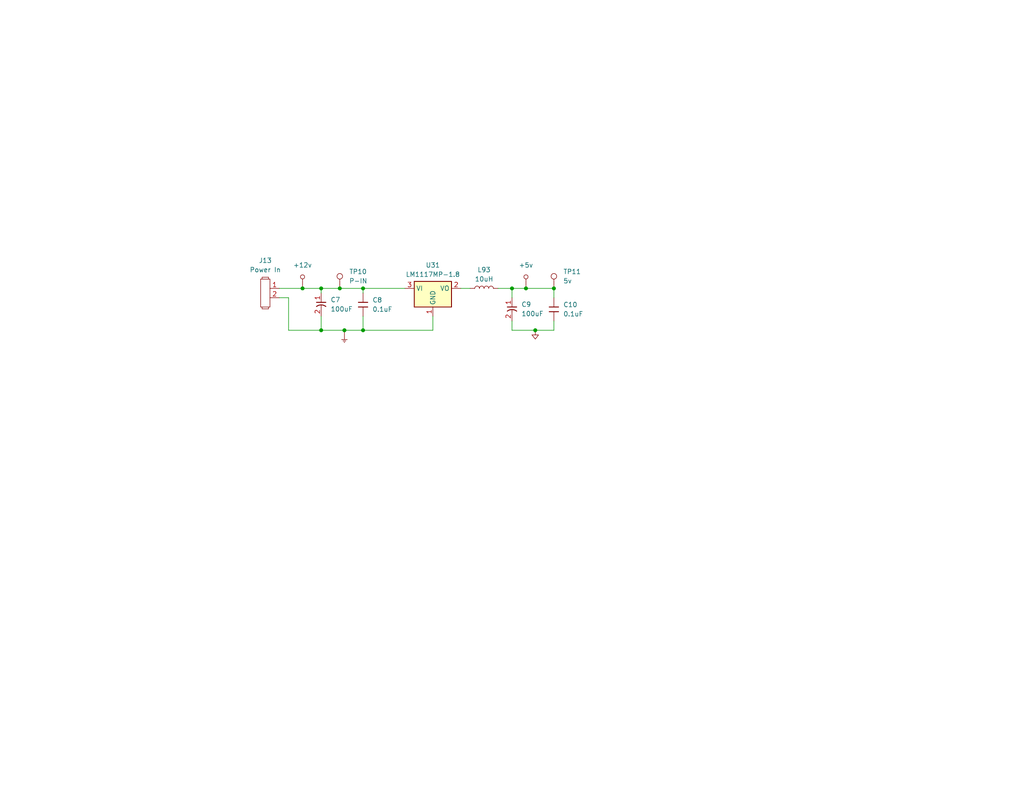
<source format=kicad_sch>
(kicad_sch (version 20231120) (generator "eeschema") (generator_version "8.0")
  (paper "A")
  (lib_symbols
    (symbol "Connector:TestPoint" (pin_numbers hide) (pin_names (offset 0.762) hide)
      (property "Reference" "TP" (at 0 6.858 0))
      (property "Value" "TestPoint" (at 0 5.08 0))
      (symbol "TestPoint_0_1"
        (circle (center 0 3.302) (radius 0.762))
      )
      (symbol "TestPoint_1_1"
        (pin passive line (at 0 0 90) (length 2.54) (name "1") (number "1"))
      )
    )
    (symbol "Custom Power:+12v" (power) (pin_numbers hide) (pin_names hide) (in_bom no) (on_board no)
      (property "Value" "+12v" (at 0 3.81 0))
      (symbol "+12v_0_1"
        (circle (center 0 1.8796) (radius 0.5611))
      )
      (symbol "+12v_1_1"
        (pin power_in line (at 0 -1.27 90) (length 2.54) (name "+12v") (number "~"))
      )
    )
    (symbol "Custom Power:+5v" (power) (pin_numbers hide) (pin_names hide) (in_bom no) (on_board no)
      (property "Value" "+5v" (at 0 3.81 0))
      (symbol "+5v_0_1"
        (circle (center 0 1.8796) (radius 0.5611))
      )
      (symbol "+5v_1_1"
        (pin power_in line (at 0 -1.27 90) (length 2.54) (name "+5v") (number ""))
      )
    )
    (symbol "Custom Power:Earth_GND" (power) (pin_numbers hide) (pin_names hide) (in_bom no) (on_board no)
      (symbol "Earth_GND_0_1"
        (polyline (pts (xy -0.762 -2.54) (xy 0.762 -2.54)))
        (polyline (pts (xy -0.381 -2.921) (xy 0.381 -2.921)))
        (polyline (pts (xy -0.127 -3.302) (xy 0.127 -3.302)))
      )
      (symbol "Earth_GND_1_1"
        (pin power_in line (at 0 0 270) (length 2.54) (name "Earth_GND") (number "~"))
      )
    )
    (symbol "Custom Power:GND" (power) (pin_numbers hide) (pin_names hide) (in_bom no) (on_board no)
      (symbol "GND_0_1"
        (polyline (pts (xy -0.889 -1.27) (xy 0.889 -1.27) (xy 0 -2.413) (xy -0.889 -1.27)))
      )
      (symbol "GND_1_1"
        (pin power_in line (at 0 0 270) (length 1.27) (name "GND") (number "~"))
      )
    )
    (symbol "Device:L" (pin_numbers hide) (pin_names (offset 1.016) hide)
      (property "Reference" "L" (at -1.27 0 90))
      (property "Value" "L" (at 1.905 0 90))
      (symbol "L_0_1"
        (arc (start 0 -2.54) (mid 0.6323 -1.905) (end 0 -1.27))
        (arc (start 0 -1.27) (mid 0.6323 -0.635) (end 0 0))
        (arc (start 0 0) (mid 0.6323 0.635) (end 0 1.27))
        (arc (start 0 1.27) (mid 0.6323 1.905) (end 0 2.54))
      )
      (symbol "L_1_1"
        (pin passive line (at 0 3.81 270) (length 1.27) (name "1") (number "1"))
        (pin passive line (at 0 -3.81 90) (length 1.27) (name "2") (number "2"))
      )
    )
    (symbol "Owen's Symbols:Capacitor" (pin_numbers hide) (pin_names hide)
      (property "Reference" "C" (at 2.54 0 0))
      (property "Value" "?" (at 2.54 -2.54 0))
      (symbol "Capacitor_1_1"
        (polyline (pts (xy -1.27 -3.81) (xy 1.27 -3.81)) (stroke (width 0.254)))
        (polyline (pts (xy -1.27 -2.54) (xy 1.27 -2.54)) (stroke (width 0.254)))
        (pin passive line (at 0 0 270) (length 2.54) (name "1") (number "1"))
        (pin passive line (at 0 -6.35 90) (length 2.54) (name "2") (number "2"))
      )
    )
    (symbol "Owen's Symbols:Capacitor_pol" (pin_names hide)
      (property "Reference" "C" (at 2.54 0 0))
      (property "Value" "?" (at 2.54 -2.54 0))
      (symbol "Capacitor_pol_0_1"
        (polyline (pts (xy 0 -3.302) (xy 0 -3.81)))
      )
      (symbol "Capacitor_pol_1_1"
        (polyline (pts (xy -1.27 -2.54) (xy 1.27 -2.54)) (stroke (width 0.254)))
        (arc (start 1.27 -3.6657) (mid 0 -3.2373) (end -1.27 -3.6657) (stroke (width 0.254)))
        (pin passive line (at 0 0 270) (length 2.54) (name "1") (number "1"))
        (pin passive line (at 0 -6.35 90) (length 2.54) (name "2") (number "2"))
      )
    )
    (symbol "Owen's Symbols:Header_1x2" (pin_names hide)
      (property "Reference" "J" (at -7.62 -1.27 0))
      (property "Value" "?" (at -7.62 -3.81 0))
      (symbol "Header_1x2_0_1"
        (rectangle (start -5.08 2.54) (end -2.54 -5.08))
        (polyline (pts (xy -4.699 -5.08) (xy -4.699 -5.588) (xy -2.921 -5.588) (xy -2.921 -5.08)))
        (polyline (pts (xy -4.699 2.54) (xy -4.699 3.048) (xy -2.921 3.048) (xy -2.921 2.54)))
      )
      (symbol "Header_1x2_1_1"
        (pin passive line (at 0 0 180) (length 2.54) (name "1") (number "1"))
        (pin passive line (at 0 -2.54 180) (length 2.54) (name "2") (number "2"))
      )
    )
    (symbol "Regulator_Linear:LM1117MP-1.8"
      (property "Reference" "U" (at -3.81 3.175 0))
      (property "Value" "LM1117MP-1.8" (at 0 3.175 0))
      (symbol "LM1117MP-1.8_0_1"
        (rectangle (start -5.08 -5.08) (end 5.08 1.905) (stroke (width 0.254)) (fill (type background)))
      )
      (symbol "LM1117MP-1.8_1_1"
        (pin power_in line (at 0 -7.62 90) (length 2.54) (name "GND") (number "1"))
        (pin power_out line (at 7.62 0 180) (length 2.54) (name "VO") (number "2"))
        (pin power_in line (at -7.62 0 0) (length 2.54) (name "VI") (number "3"))
      )
    )
  )
  (junction (at 92.71 78.74))
  (junction (at 139.7 78.74))
  (junction (at 99.06 90.17))
  (junction (at 143.51 78.74))
  (junction (at 93.98 90.17))
  (junction (at 82.55 78.74))
  (junction (at 146.05 90.17))
  (junction (at 87.63 90.17))
  (junction (at 87.63 78.74))
  (junction (at 99.06 78.74))
  (junction (at 151.13 78.74))
  (wire (pts (xy 76.2 81.28) (xy 78.74 81.28)))
  (wire (pts (xy 87.63 78.74) (xy 82.55 78.74)))
  (wire (pts (xy 99.06 90.17) (xy 118.11 90.17)))
  (wire (pts (xy 93.98 90.17) (xy 99.06 90.17)))
  (wire (pts (xy 151.13 81.28) (xy 151.13 78.74)))
  (wire (pts (xy 125.73 78.74) (xy 128.27 78.74)))
  (wire (pts (xy 146.05 90.17) (xy 151.13 90.17)))
  (wire (pts (xy 92.71 78.74) (xy 99.06 78.74)))
  (wire (pts (xy 99.06 86.36) (xy 99.06 90.17)))
  (wire (pts (xy 87.63 80.01) (xy 87.63 78.74)))
  (wire (pts (xy 139.7 78.74) (xy 139.7 81.28)))
  (wire (pts (xy 99.06 78.74) (xy 110.49 78.74)))
  (wire (pts (xy 143.51 78.74) (xy 139.7 78.74)))
  (wire (pts (xy 99.06 80.01) (xy 99.06 78.74)))
  (wire (pts (xy 118.11 90.17) (xy 118.11 86.36)))
  (wire (pts (xy 151.13 78.74) (xy 143.51 78.74)))
  (wire (pts (xy 151.13 90.17) (xy 151.13 87.63)))
  (wire (pts (xy 78.74 81.28) (xy 78.74 90.17)))
  (wire (pts (xy 139.7 87.63) (xy 139.7 90.17)))
  (wire (pts (xy 87.63 86.36) (xy 87.63 90.17)))
  (wire (pts (xy 78.74 90.17) (xy 87.63 90.17)))
  (wire (pts (xy 135.89 78.74) (xy 139.7 78.74)))
  (wire (pts (xy 82.55 78.74) (xy 76.2 78.74)))
  (wire (pts (xy 87.63 90.17) (xy 93.98 90.17)))
  (wire (pts (xy 87.63 78.74) (xy 92.71 78.74)))
  (wire (pts (xy 139.7 90.17) (xy 146.05 90.17)))
  (symbol (lib_id "Connector:TestPoint") (at 151.13 78.74 0) (unit 1)
    (property "Reference" "TP11" (at 153.67 74.1679 0) (effects (justify left)))
    (property "Value" "5v" (at 153.67 76.7079 0) (effects (justify left)))
    (property "Description" "test point" (effects (hide yes)))
  )
  (symbol (lib_id "Connector:TestPoint") (at 92.71 78.74 0) (unit 1)
    (property "Reference" "TP10" (at 95.25 74.1679 0) (effects (justify left)))
    (property "Value" "P-IN" (at 95.25 76.7079 0) (effects (justify left)))
    (property "Description" "test point" (effects (hide yes)))
  )
  (symbol (lib_id "Custom Power:+5v") (at 143.51 77.47 0) (unit 1) (in_bom no) (on_board no)
    (property "Reference" "#PWR0350" (effects (hide yes)))
    (property "Value" "+5v" (at 143.51 72.39 0))
  )
  (symbol (lib_id "Device:L") (at 132.08 78.74 90) (unit 1)
    (property "Reference" "L93" (at 132.08 73.66 90))
    (property "Value" "10uH" (at 132.08 76.2 90))
    (property "Description" "Inductor" (effects (hide yes)))
  )
  (symbol (lib_id "Custom Power:GND") (at 146.05 90.17 0) (unit 1) (in_bom no) (on_board no)
    (property "Reference" "#PWR0351" (effects (hide yes)))
    (property "Value" "GND" (effects (hide yes)))
  )
  (symbol (lib_id "Owen's Symbols:Capacitor") (at 99.06 80.01 0) (unit 1)
    (property "Reference" "C8" (at 101.6 81.9149 0) (effects (justify left)))
    (property "Value" "0.1uF" (at 101.6 84.4549 0) (effects (justify left)))
  )
  (symbol (lib_id "Owen's Symbols:Capacitor") (at 151.13 81.28 0) (unit 1)
    (property "Reference" "C10" (at 153.67 83.1849 0) (effects (justify left)))
    (property "Value" "0.1uF" (at 153.67 85.7249 0) (effects (justify left)))
  )
  (symbol (lib_id "Owen's Symbols:Capacitor_pol") (at 139.7 81.28 0) (unit 1)
    (property "Reference" "C9" (at 142.24 83.1214 0) (effects (justify left)))
    (property "Value" "100uF" (at 142.24 85.6614 0) (effects (justify left)))
  )
  (symbol (lib_id "Owen's Symbols:Header_1x2") (at 76.2 78.74 0) (unit 1)
    (property "Reference" "J13" (at 72.39 71.12 0))
    (property "Value" "Power In" (at 72.39 73.66 0))
  )
  (symbol (lib_id "Regulator_Linear:LM1117MP-1.8") (at 118.11 78.74 0) (unit 1)
    (property "Reference" "U31" (at 118.11 72.39 0))
    (property "Value" "LM1117MP-1.8" (at 118.11 74.93 0))
    (property "Footprint" "Package_TO_SOT_SMD:SOT-223-3_TabPin2" (effects (hide yes)))
    (property "Datasheet" "http://www.ti.com/lit/ds/symlink/lm1117.pdf" (effects (hide yes)))
    (property "Description" "800mA Low-Dropout Linear Regulator, 1.8V fixed output, SOT-223" (effects (hide yes)))
  )
  (symbol (lib_id "Custom Power:Earth_GND") (at 93.98 90.17 0) (unit 1) (in_bom no) (on_board no)
    (property "Reference" "#PWR0349" (effects (hide yes)))
    (property "Value" "Earth_GND" (effects (hide yes)))
  )
  (symbol (lib_id "Owen's Symbols:Capacitor_pol") (at 87.63 80.01 0) (unit 1)
    (property "Reference" "C7" (at 90.17 81.8514 0) (effects (justify left)))
    (property "Value" "100uF" (at 90.17 84.3914 0) (effects (justify left)))
  )
  (symbol (lib_id "Custom Power:+12v") (at 82.55 77.47 0) (unit 1) (in_bom no) (on_board no)
    (property "Reference" "#PWR0348" (effects (hide yes)))
    (property "Value" "+12v" (at 82.55 72.39 0))
  )
)
</source>
